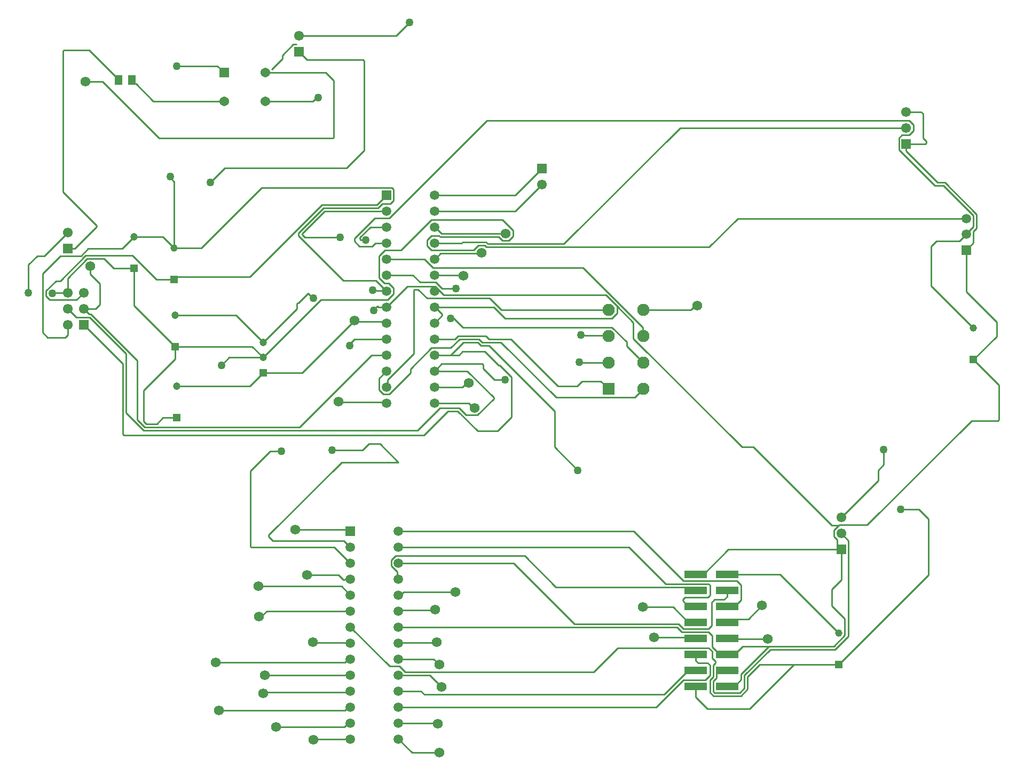
<source format=gtl>
G04*
G04 #@! TF.GenerationSoftware,Altium Limited,Altium Designer,21.4.1 (30)*
G04*
G04 Layer_Physical_Order=1*
G04 Layer_Color=255*
%FSLAX25Y25*%
%MOIN*%
G70*
G04*
G04 #@! TF.SameCoordinates,DDA1B4C3-BA79-4B98-AE68-5F17814B577F*
G04*
G04*
G04 #@! TF.FilePolarity,Positive*
G04*
G01*
G75*
%ADD14C,0.01000*%
%ADD15R,0.04750X0.05938*%
%ADD17R,0.04528X0.04528*%
%ADD18C,0.04528*%
%ADD19C,0.06181*%
%ADD20R,0.06063X0.06063*%
%ADD21C,0.06063*%
%ADD31R,0.04724X0.04724*%
%ADD32C,0.04724*%
%ADD34R,0.14488X0.05000*%
%ADD35R,0.05906X0.05906*%
%ADD36C,0.05906*%
%ADD37R,0.06102X0.06102*%
%ADD38C,0.06102*%
%ADD39C,0.07677*%
%ADD40R,0.07677X0.07677*%
%ADD41R,0.05906X0.05906*%
%ADD42C,0.05000*%
D14*
X111000Y369343D02*
X113500Y366843D01*
X111000Y369343D02*
Y370000D01*
X113500Y325342D02*
Y366843D01*
X104201Y394000D02*
X212500D01*
X68701Y429500D02*
X104201Y394000D01*
X58000Y429500D02*
X68701D01*
X89606Y428031D02*
X100496Y417142D01*
X87137Y429906D02*
X89012Y428031D01*
X89606D01*
X100496Y417142D02*
X144705D01*
X140563Y439000D02*
X144705Y434858D01*
X115000Y439000D02*
X140563D01*
X90500Y218172D02*
Y255052D01*
X162079Y263815D02*
X169000Y256894D01*
X94500Y217000D02*
Y236500D01*
X61501Y284051D02*
X90500Y255052D01*
Y218172D02*
X95172Y213500D01*
X114000Y263815D02*
X162079D01*
X94500Y236500D02*
X114000Y256000D01*
X252000Y458000D02*
X260500Y466500D01*
X191500Y458000D02*
X252000D01*
X170295Y417142D02*
X200201D01*
X202560Y419500D01*
X203500D01*
X213086Y394414D02*
Y429914D01*
X212500Y394000D02*
X212586Y393914D01*
X208142Y434858D02*
X213086Y429914D01*
X212586Y393914D02*
X213086Y394414D01*
X174362Y436858D02*
X181095Y443591D01*
Y445818D01*
X187828Y452551D02*
X189646D01*
X181095Y445818D02*
X187828Y452551D01*
X191500Y448000D02*
X196500Y443000D01*
X231414D01*
X147894Y256894D02*
X169000D01*
X143000Y252000D02*
X147894Y256894D01*
X115850Y307500D02*
X160843D01*
X115771Y307421D02*
X115850Y307500D01*
X113500Y305658D02*
X115264Y307421D01*
X160843Y307500D02*
X205843Y352500D01*
X115264Y307421D02*
X115771D01*
X114000Y283500D02*
X152000D01*
X169000Y266500D01*
X145000Y375500D02*
X221000D01*
X136000Y366500D02*
X145000Y375500D01*
X221000D02*
X232000Y386500D01*
Y442414D01*
X231414Y443000D02*
X232000Y442414D01*
X44000Y360500D02*
X65086Y339414D01*
X51500Y325000D02*
X65086Y338586D01*
Y339414D01*
X31500Y309500D02*
X42449Y320449D01*
X55300D02*
X59851Y325000D01*
X42449Y320449D02*
X55300D01*
X170295Y434858D02*
X208142D01*
X87137Y429906D02*
Y430500D01*
X59851Y325000D02*
X81157D01*
X47000D02*
X51500D01*
X44000Y448414D02*
X44586Y449000D01*
X44000Y360500D02*
Y448414D01*
X44586Y449000D02*
X60363D01*
X78863Y430500D02*
Y431094D01*
X76988Y432969D02*
X78863Y431094D01*
X76394Y432969D02*
X76988D01*
X60363Y449000D02*
X76394Y432969D01*
X288926Y268500D02*
X290926Y270500D01*
X308172D01*
X310172Y268500D01*
X367866Y270634D02*
X384307D01*
X367500Y271000D02*
X367866Y270634D01*
X384307D02*
X384673Y270268D01*
X293894Y275606D02*
X386884D01*
X286000Y283500D02*
X293894Y275606D01*
X386884D02*
X395967Y266524D01*
X239547Y304953D02*
X245750Y298750D01*
X237750D02*
X245750D01*
X237500Y299000D02*
X237750Y298750D01*
X245750D02*
X246000Y298500D01*
X169000Y256894D02*
X205059Y292953D01*
X246750D01*
X250453Y296656D01*
X226000Y280000D02*
X226750Y279250D01*
X245250D01*
X246000Y278500D01*
X238000Y286672D02*
X240414Y289086D01*
X238000Y286500D02*
Y286672D01*
X240414Y289086D02*
X241000Y288500D01*
X246000D01*
X250453Y296656D02*
Y300344D01*
X276500Y288500D02*
X313218D01*
X276000D02*
X276500D01*
X280836Y284164D01*
Y283336D02*
Y284164D01*
X276000Y278500D02*
X280836Y283336D01*
X31500Y272586D02*
X34586Y269500D01*
X37500Y297000D02*
X37750Y297250D01*
X46750D01*
X47000Y297500D01*
X52449Y292949D02*
X57000Y297500D01*
X39612Y304769D02*
X42449D01*
X33500Y298657D02*
X39612Y304769D01*
X33500Y295343D02*
X35894Y292949D01*
X31500Y272586D02*
Y309500D01*
X35894Y292949D02*
X52449D01*
X33500Y295343D02*
Y298657D01*
X42449Y304769D02*
X58270Y320590D01*
X47000Y297500D02*
Y306492D01*
X59099Y318590D01*
X58270Y320590D02*
X87413D01*
X34586Y269500D02*
X45500D01*
X22500Y297500D02*
Y315000D01*
X28000Y320500D01*
X32500D01*
X47000Y335000D01*
X276000Y348500D02*
X326500D01*
X343000Y365000D01*
X276000Y358500D02*
X326500D01*
X343000Y375000D01*
X567000Y162000D02*
X578414D01*
X530000Y118068D02*
Y137000D01*
X524035Y112102D02*
X530000Y118068D01*
X524035Y101807D02*
Y112102D01*
X253500Y138500D02*
X397512D01*
X420512Y115500D01*
X444000Y121500D02*
X459500Y137000D01*
X400390Y148500D02*
X431390Y117500D01*
X420512Y115500D02*
X447121D01*
X431390Y117500D02*
X438913D01*
X439256Y121500D02*
X444000D01*
X253500Y148500D02*
X400390D01*
X459500Y137000D02*
X530000D01*
X534551Y82743D02*
Y142449D01*
X453573Y61072D02*
X465488D01*
X530000Y147000D02*
X534551Y142449D01*
X526218Y74410D02*
X534551Y82743D01*
X524240Y152000D02*
X528564D01*
X529012Y152449D01*
X525449Y148885D02*
X528564Y152000D01*
X529012Y152449D02*
X546231D01*
X627914Y217500D02*
X628500Y218086D01*
X611282Y217500D02*
X627914D01*
X612500Y255658D02*
X628500Y239657D01*
Y218086D02*
Y239657D01*
X525449Y145115D02*
X527449Y143115D01*
X525449Y145115D02*
Y148885D01*
X546231Y152449D02*
X611282Y217500D01*
X553000Y186500D02*
X556500Y190000D01*
Y199500D01*
X276469Y301500D02*
X281922Y296047D01*
X553000Y180000D02*
Y186500D01*
X524035Y101807D02*
X532264Y93578D01*
X464609Y117500D02*
X467488Y114621D01*
X491843Y121500D02*
X528500Y84842D01*
X532264Y83284D02*
Y93578D01*
X485658Y74410D02*
X526218D01*
X484830Y76410D02*
X525390D01*
X532264Y83284D01*
X438913Y117500D02*
X464609D01*
X469577Y58328D02*
X485658Y74410D01*
X530000Y157000D02*
X553000Y180000D01*
X475234Y201007D02*
X524240Y152000D01*
X467577Y59157D02*
X484830Y76410D01*
X458744Y71500D02*
X463488D01*
X468398Y76410D01*
X484830D01*
X578414Y162000D02*
X584500Y155914D01*
Y121158D02*
Y155914D01*
X528500Y65158D02*
X584500Y121158D01*
X527449Y139551D02*
Y143115D01*
Y139551D02*
X530000Y137000D01*
X390012Y289015D02*
X400251Y278775D01*
X382979Y296047D02*
X390012Y289015D01*
X259000Y301500D02*
X276469D01*
X246000Y288500D02*
X259000Y301500D01*
X400251Y268793D02*
X468038Y201007D01*
X475234D01*
X281922Y296047D02*
X382979D01*
X400251Y268793D02*
Y278775D01*
X400988Y231858D02*
X406327Y237197D01*
X365071Y239000D02*
X368021Y241950D01*
X379920D01*
X384673Y237197D01*
X366732Y253732D02*
X384673D01*
X395967Y264092D02*
X406327Y253732D01*
X395967Y264092D02*
Y266524D01*
X276000Y268500D02*
X288926D01*
X303806D02*
X305806Y266500D01*
X291754Y268500D02*
X303806D01*
X302977Y266500D02*
X305227Y264250D01*
X294000Y266500D02*
X302977D01*
X286207Y262953D02*
X291754Y268500D01*
X286000Y258500D02*
X294000Y266500D01*
X305227Y264250D02*
X310250D01*
X310172Y268500D02*
X323672D01*
X305806Y266500D02*
X317574D01*
X261000Y249797D02*
X274156Y262953D01*
X351000Y201000D02*
Y223500D01*
X323672Y268500D02*
X353172Y239000D01*
X317574Y266500D02*
X352216Y231858D01*
X310250Y264250D02*
X351000Y223500D01*
X352216Y231858D02*
X400988D01*
X274156Y262953D02*
X286207D01*
X246750Y242953D02*
X263000Y259203D01*
Y298914D01*
X271296Y294047D02*
X310499D01*
X265843Y299500D02*
X271296Y294047D01*
X263000Y298914D02*
X263586Y299500D01*
X265843D01*
X247297Y303500D02*
X250453Y300344D01*
X241547Y306656D02*
X244703Y303500D01*
X247297D01*
X219219Y304953D02*
X239547D01*
X191000Y333172D02*
X219219Y304953D01*
X296492Y248500D02*
X313078Y231914D01*
X302902Y220910D02*
X313078Y231086D01*
Y231914D01*
X570500Y410500D02*
X579914D01*
X581000Y394000D02*
Y409414D01*
X579914Y410500D02*
X581000Y409414D01*
X583086Y391086D02*
Y391914D01*
X570500Y390500D02*
X582500D01*
X583086Y391086D01*
X581000Y394000D02*
X583086Y391914D01*
X351000Y201000D02*
X365500Y186500D01*
X353172Y239000D02*
X365071D01*
X286000Y258500D02*
X291328D01*
X280500Y253000D02*
X305914D01*
X306500Y250000D02*
Y252414D01*
X305914Y253000D02*
X306500Y252414D01*
X276000Y248500D02*
X280500Y253000D01*
X306500Y250000D02*
X313500Y243000D01*
X320000D01*
X313218Y288500D02*
X320254Y281465D01*
X310499Y294047D02*
X317743Y286803D01*
X320254Y281465D02*
X386884D01*
X317743Y286803D02*
X384673D01*
X244156Y234047D02*
X247844D01*
X241547Y236656D02*
X244156Y234047D01*
X241547Y236656D02*
Y244047D01*
X276000Y258500D02*
X286000D01*
X261000Y247203D02*
Y249797D01*
X247844Y234047D02*
X261000Y247203D01*
X276000Y248500D02*
X296492D01*
X83500Y222343D02*
X94343Y211500D01*
X83500Y222343D02*
Y259224D01*
X52449Y282051D02*
X60672D01*
X265297Y211500D02*
X279297Y225500D01*
X94343Y211500D02*
X265297D01*
X60672Y282051D02*
X83500Y259224D01*
X279297Y225500D02*
X291328D01*
X284500Y223500D02*
X290500D01*
X82086Y208500D02*
X269500D01*
X284500Y223500D01*
X246000Y238500D02*
X246750Y239250D01*
Y242953D01*
X266953Y304047D02*
X276750D01*
X280750Y300047D01*
X289500D01*
X262500Y308500D02*
X266953Y304047D01*
X269703Y318500D02*
X275250Y312953D01*
X246000Y318500D02*
X269703D01*
X246000Y308500D02*
X262500D01*
X316000Y252000D02*
X316657D01*
X324000Y244657D01*
X315414Y211000D02*
X324000Y219586D01*
Y244657D01*
X307414Y260586D02*
X316000Y252000D01*
X303000Y211000D02*
X315414D01*
X293414Y260586D02*
X307414D01*
X291328Y258500D02*
X293414Y260586D01*
X237008Y326500D02*
X239008Y328500D01*
X229172Y326500D02*
X237008D01*
X239008Y328500D02*
X246000D01*
X226000Y329672D02*
X229172Y326500D01*
X226000Y329672D02*
Y331328D01*
X231000Y199000D02*
X235000Y203000D01*
X212000Y199000D02*
X231000D01*
X81500Y209086D02*
Y253000D01*
Y209086D02*
X82086Y208500D01*
X161586Y138500D02*
X213500D01*
X166000Y114000D02*
X218000D01*
X213500Y138500D02*
X223500Y128500D01*
X161000Y139086D02*
Y186000D01*
Y139086D02*
X161586Y138500D01*
X218000Y114000D02*
X223500Y108500D01*
X229414Y331086D02*
Y331914D01*
Y331086D02*
X230000Y330500D01*
X229414Y331914D02*
X236000Y338500D01*
X230000Y330500D02*
X233000D01*
X226000Y331328D02*
X238719Y344047D01*
X308848Y405051D02*
X572385D01*
X238719Y344047D02*
X247844D01*
X308848Y405051D01*
X236000Y338500D02*
X246000D01*
X195000Y332000D02*
X217500D01*
X240828Y350500D02*
X243281Y352953D01*
X240000Y352500D02*
X246000Y358500D01*
X191000Y334828D02*
X206672Y350500D01*
X205843Y352500D02*
X240000D01*
X207500Y348500D02*
X246000D01*
X206672Y350500D02*
X240828D01*
X193414Y334414D02*
X207500Y348500D01*
X242000Y203000D02*
X253500Y191500D01*
X235000Y203000D02*
X242000D01*
X172414Y145086D02*
Y145914D01*
X218000Y191500D01*
X172414Y145086D02*
X175031Y142469D01*
X218000Y191500D02*
X253500D01*
X175031Y142469D02*
X219531D01*
X223500Y138500D01*
X189000Y149500D02*
X222500D01*
X223500Y148500D01*
X161000Y186000D02*
X173500Y198500D01*
X180500D01*
X95172Y213500D02*
X191922D01*
X236922Y258500D01*
X193414Y333586D02*
Y334414D01*
Y333586D02*
X195000Y332000D01*
X191000Y333172D02*
Y334828D01*
X243281Y352953D02*
X248480D01*
X130357Y325342D02*
X167967Y362953D01*
X113500Y325342D02*
X130357D01*
X167967Y362953D02*
X249574D01*
X193287Y247287D02*
X226000Y280000D01*
X169000Y247287D02*
X193287D01*
X236922Y258500D02*
X246000D01*
X57000Y277500D02*
X81500Y253000D01*
X199975Y294025D02*
X200475D01*
X197000Y297000D02*
X199975Y294025D01*
X88500Y289315D02*
X114000Y263815D01*
X88500Y289315D02*
Y312657D01*
X223000Y265500D02*
X226000Y268500D01*
X246000D01*
X190000Y290414D02*
X190586Y291000D01*
X191000D01*
X190000Y287500D02*
Y290414D01*
X191000Y291000D02*
X197000Y297000D01*
X169000Y266500D02*
X190000Y287500D01*
X386884Y281465D02*
X390012Y284592D01*
X245250Y324047D02*
X255250D01*
X241547Y320344D02*
X245250Y324047D01*
X241547Y306656D02*
Y320344D01*
X390012Y284592D02*
Y289015D01*
X368902Y312953D02*
X406248Y275606D01*
X276280Y318500D02*
X279827Y322047D01*
X275250Y312953D02*
X368902D01*
X276000Y318500D02*
X276280D01*
X279827Y322047D02*
X305047D01*
X305500Y322500D01*
X406248Y270346D02*
Y275606D01*
Y270346D02*
X406327Y270268D01*
X291328Y225500D02*
X295919Y220910D01*
X302902D01*
X57000Y287500D02*
X60449Y284051D01*
X47000Y287500D02*
X52449Y282051D01*
X60449Y284051D02*
X61501D01*
X290500Y223500D02*
X303000Y211000D01*
X59099Y318590D02*
X69902D01*
X96000Y215500D02*
X102747D01*
X94500Y217000D02*
X96000Y215500D01*
X102747D02*
X106562Y219315D01*
X115000D01*
X69902Y318590D02*
X75835Y312657D01*
X87413Y320590D02*
X102346Y305658D01*
X114000Y256000D02*
Y263815D01*
X608000Y334220D02*
X612453Y338673D01*
X249574Y362953D02*
X250453Y362074D01*
Y354926D02*
Y362074D01*
X608000Y334000D02*
Y334220D01*
X274156Y342953D02*
X318539D01*
X248480Y352953D02*
X250453Y354926D01*
X255250Y324047D02*
X274156Y342953D01*
X292953Y328500D02*
X293543Y329090D01*
X447590Y325909D02*
X465523Y343843D01*
X276000Y328500D02*
X292953D01*
X300555Y324047D02*
X303598Y327091D01*
X271547Y326656D02*
Y330344D01*
X307401Y327091D02*
X308583Y325909D01*
X465523Y343843D02*
X608000D01*
X325091Y332598D02*
Y336402D01*
X316008Y332500D02*
X318599Y329909D01*
X318539Y342953D02*
X325091Y336402D01*
X274156Y324047D02*
X300555D01*
X293543Y329090D02*
X308230D01*
X279451Y332500D02*
X316008D01*
X271547Y330344D02*
X274156Y332953D01*
X356909Y327909D02*
X429500Y400500D01*
X278999Y332953D02*
X279451Y332500D01*
X318599Y329909D02*
X322401D01*
X303598Y327091D02*
X307401D01*
X309411Y327909D02*
X356909D01*
X274156Y332953D02*
X278999D01*
X271547Y326656D02*
X274156Y324047D01*
X322401Y329909D02*
X325091Y332598D01*
X308583Y325909D02*
X447590D01*
X308230Y329090D02*
X309411Y327909D01*
X429500Y400500D02*
X570500D01*
X589324Y329738D02*
X603738D01*
X586000Y326414D02*
X589324Y329738D01*
X603738D02*
X608000Y334000D01*
X586000Y301842D02*
Y326414D01*
X565949Y394173D02*
X567725Y395949D01*
X565949Y386827D02*
X588544Y364232D01*
X593908D01*
X612453Y345687D01*
Y338673D02*
Y345687D01*
X572385Y395949D02*
X575051Y398615D01*
Y402385D01*
X570500Y385949D02*
Y390500D01*
X590217Y366232D02*
X594736D01*
X614453Y337844D02*
Y346515D01*
X567725Y395949D02*
X572385D01*
X565949Y386827D02*
Y394173D01*
X570500Y385949D02*
X590217Y366232D01*
X594736D02*
X614453Y346515D01*
X612453Y335844D02*
X614453Y337844D01*
X81157Y325000D02*
X88500Y332343D01*
X106500D01*
X113500Y325342D01*
X102346Y305658D02*
X113500D01*
X67000Y290000D02*
Y303000D01*
X61000Y309000D02*
Y314000D01*
Y309000D02*
X67000Y303000D01*
X222173Y68500D02*
X223500D01*
X139500Y66500D02*
X220173D01*
X222173Y68500D01*
X170000Y58500D02*
X223500D01*
X169750Y47750D02*
X222750D01*
X223500Y48500D01*
X169000Y47000D02*
X169750Y47750D01*
X177000Y26000D02*
X219703D01*
X222203Y28500D01*
X223500D01*
X200750Y18250D02*
X223250D01*
X223500Y18500D01*
X200500Y18000D02*
X200750Y18250D01*
X220173Y36500D02*
X222173Y38500D01*
X141500Y36500D02*
X220173D01*
X222173Y38500D02*
X223500D01*
X241547Y244047D02*
X246000Y248500D01*
X276000Y228500D02*
X297508D01*
X300508Y225500D01*
X301000D01*
X572385Y405051D02*
X575051Y402385D01*
X608000Y324158D02*
X612453Y328610D01*
Y335844D01*
X586000Y301842D02*
X612500Y275342D01*
X219914Y117914D02*
X220500Y118500D01*
X196500Y121000D02*
X216000D01*
X219086Y117914D02*
X219914D01*
X216000Y121000D02*
X219086Y117914D01*
X220500Y118500D02*
X223500D01*
X293750Y308250D02*
X294000Y308000D01*
X276250Y308250D02*
X293750D01*
X276000Y308500D02*
X276250Y308250D01*
X293598Y238500D02*
X296098Y241000D01*
X276000Y238500D02*
X293598D01*
X296098Y241000D02*
X297500D01*
X458744Y51500D02*
X463488D01*
X467577Y55589D01*
X448000Y47550D02*
Y55450D01*
X450000Y58379D02*
X450000Y58379D01*
X466609Y47500D02*
X469577Y50468D01*
X450050Y45500D02*
X467438D01*
X458744Y61500D02*
X465061D01*
X452000Y59500D02*
X453573Y61072D01*
X467577Y55589D02*
Y59157D01*
X450000Y57450D02*
Y58379D01*
X450000Y48379D02*
Y54621D01*
Y48379D02*
X450879Y47500D01*
X469577Y50468D02*
Y58328D01*
X448000Y47550D02*
X450050Y45500D01*
X471577Y49639D02*
Y57500D01*
X465061Y61500D02*
X465488Y61072D01*
X450879Y47500D02*
X466609D01*
X448000Y55450D02*
X450000Y57450D01*
X452000Y56621D02*
Y59500D01*
X467438Y45500D02*
X471577Y49639D01*
X450000Y54621D02*
X452000Y56621D01*
X471577Y57500D02*
X479235Y65158D01*
X500447D01*
X472789Y37500D02*
X500447Y65158D01*
X528500D01*
X458744Y121500D02*
X491843D01*
X459244Y81000D02*
X484000D01*
X458744Y81500D02*
X459244Y81000D01*
X450000Y64621D02*
X451294Y65915D01*
Y67085D01*
X450000Y58379D02*
Y64621D01*
X449366Y69013D02*
X451294Y67085D01*
X440695Y66061D02*
X446561D01*
X448000Y64621D01*
Y58379D02*
Y64621D01*
X445121Y55500D02*
X448000Y58379D01*
X439256Y67500D02*
X440695Y66061D01*
X431390Y55500D02*
X445121D01*
X449366Y69013D02*
Y73255D01*
X253500Y38500D02*
X414391D01*
X439256Y67500D02*
Y71500D01*
X447121Y75500D02*
X449366Y73255D01*
X414391Y38500D02*
X431390Y55500D01*
X375450Y60409D02*
X390541Y75500D01*
X447121D01*
X269660Y46409D02*
X419421D01*
X434512Y61500D01*
X439256D01*
X267569Y48500D02*
X269660Y46409D01*
X253500Y48500D02*
X267569D01*
X253590Y58410D02*
X273091D01*
X253500Y58500D02*
X253590Y58410D01*
X273091D02*
X280500Y51000D01*
X254250Y64047D02*
X257888Y60409D01*
X375450D01*
X448955Y89333D02*
Y103576D01*
X428391Y90500D02*
X431390Y87500D01*
X363384Y90500D02*
X428391D01*
X449561Y75939D02*
Y83061D01*
X447121Y85500D02*
X449561Y83061D01*
X253500Y88500D02*
X427562D01*
X449561Y75939D02*
X454000Y71500D01*
X458744D01*
X431390Y87500D02*
X447121D01*
X448955Y89333D01*
X427562Y88500D02*
X430562Y85500D01*
X325384Y128500D02*
X363384Y90500D01*
X430562Y85500D02*
X447121D01*
X446500Y37500D02*
X472789D01*
X439256Y44744D02*
X446500Y37500D01*
X439256Y44744D02*
Y51500D01*
X253500Y128500D02*
X325384D01*
X252750Y119250D02*
X253500Y118500D01*
X446682Y107061D02*
X448000Y108379D01*
X351810Y113500D02*
X437256D01*
X448000Y108379D02*
Y114621D01*
X249047Y126656D02*
X252750Y122953D01*
Y119250D02*
Y122953D01*
X431098Y104914D02*
Y105743D01*
X249047Y130344D02*
X251656Y132953D01*
X432416Y107061D02*
X446682D01*
X332357Y132953D02*
X351810Y113500D01*
X437256D02*
X439256Y111500D01*
X447121Y115500D02*
X448000Y114621D01*
X431098Y104914D02*
X434512Y101500D01*
X249047Y126656D02*
Y130344D01*
X431098Y105743D02*
X432416Y107061D01*
X251656Y132953D02*
X332357D01*
X448955Y103576D02*
X450917Y105538D01*
X458744Y107500D02*
Y111500D01*
X456782Y105538D02*
X458744Y107500D01*
X450917Y105538D02*
X456782D01*
X434512Y101500D02*
X439256D01*
X458744D02*
X463488D01*
X467488Y105500D01*
Y114621D01*
X247953Y64047D02*
X254250D01*
X223500Y88500D02*
X247953Y64047D01*
X275500Y68500D02*
X279000Y65000D01*
X253500Y68500D02*
X275500D01*
X166500Y95000D02*
X167869D01*
X171369Y98500D02*
X223500D01*
X167869Y95000D02*
X171369Y98500D01*
X458744Y91244D02*
X461000Y93500D01*
X472000D02*
X480500Y102000D01*
X461000Y93500D02*
X472000D01*
X458744Y91244D02*
Y91500D01*
X458500Y91000D02*
X458744Y91244D01*
X425012Y101000D02*
X434512Y91500D01*
X406000Y101000D02*
X425012D01*
X434512Y91500D02*
X439256D01*
X413000Y82000D02*
X438756D01*
X439256Y81500D01*
X262000Y10000D02*
X279000D01*
X253500Y18500D02*
X262000Y10000D01*
X253750Y28250D02*
X277750D01*
X278000Y28000D01*
X253500Y28500D02*
X253750Y28250D01*
X254827Y108500D02*
X256827Y110500D01*
X253500Y108500D02*
X254827D01*
X256827Y110500D02*
X289000D01*
X253500Y98500D02*
X254000Y99000D01*
X276000D02*
X276500Y99500D01*
X254000Y99000D02*
X276000D01*
X253500Y78500D02*
X253750Y78750D01*
X277250D02*
X277500Y79000D01*
X253750Y78750D02*
X277250D01*
X223250D02*
X223500Y78500D01*
X200000Y79000D02*
X200250Y78750D01*
X223250D01*
X627000Y270158D02*
Y279000D01*
X612500Y255658D02*
X627000Y270158D01*
X608000Y298000D02*
X627000Y279000D01*
X608000Y298000D02*
Y324158D01*
X436205Y286803D02*
X438902Y289500D01*
X406327Y286803D02*
X436205D01*
X438902Y289500D02*
X440000D01*
X276000Y338500D02*
X276280D01*
X280280Y334500D01*
X320500D01*
X115000Y239000D02*
X160713D01*
X169000Y247287D01*
X216500Y229000D02*
X245500D01*
X246000Y228500D01*
X216000Y229500D02*
X216500Y229000D01*
X75835Y312657D02*
X88500D01*
X57000Y287500D02*
X64500D01*
X67000Y290000D01*
X47000Y271000D02*
Y277500D01*
X45500Y269500D02*
X47000Y271000D01*
D15*
X87137Y430500D02*
D03*
X78863D02*
D03*
D17*
X612500Y255658D02*
D03*
X528500Y65158D02*
D03*
X113500Y305658D02*
D03*
D18*
X612500Y275342D02*
D03*
X528500Y84842D02*
D03*
X113500Y325342D02*
D03*
D19*
X58000Y429500D02*
D03*
X200000Y79000D02*
D03*
X484000Y81000D02*
D03*
X480500Y102000D02*
D03*
X413000Y82000D02*
D03*
X406000Y101000D02*
D03*
X170000Y58500D02*
D03*
X139500Y66500D02*
D03*
X280500Y51000D02*
D03*
X278000Y28000D02*
D03*
X279000Y10000D02*
D03*
X200500Y18000D02*
D03*
X177000Y26000D02*
D03*
X141500Y36500D02*
D03*
X169000Y47000D02*
D03*
X166500Y95000D02*
D03*
X166000Y114000D02*
D03*
X196500Y121000D02*
D03*
X189000Y149500D02*
D03*
X289000Y110500D02*
D03*
X276500Y99500D02*
D03*
X277500Y79000D02*
D03*
X279000Y65000D02*
D03*
X226000Y280000D02*
D03*
X440000Y289500D02*
D03*
X297500Y241000D02*
D03*
X301000Y225500D02*
D03*
X216000Y229500D02*
D03*
X61000Y314000D02*
D03*
X320500Y334500D02*
D03*
X305500Y322500D02*
D03*
X294000Y308000D02*
D03*
D20*
X144705Y434858D02*
D03*
D21*
X170295D02*
D03*
X144705Y417142D02*
D03*
X170295D02*
D03*
D31*
X169000Y247287D02*
D03*
X115000Y219315D02*
D03*
X114000Y263815D02*
D03*
X88500Y312657D02*
D03*
D32*
X169000Y266500D02*
D03*
Y256894D02*
D03*
X115000Y239000D02*
D03*
X114000Y283500D02*
D03*
X88500Y332343D02*
D03*
D34*
X439256Y121500D02*
D03*
Y111500D02*
D03*
Y101500D02*
D03*
Y91500D02*
D03*
Y81500D02*
D03*
Y71500D02*
D03*
Y61500D02*
D03*
Y51500D02*
D03*
X458744D02*
D03*
Y121500D02*
D03*
Y111500D02*
D03*
Y101500D02*
D03*
Y91500D02*
D03*
Y81500D02*
D03*
Y71500D02*
D03*
Y61500D02*
D03*
D35*
X608000Y324158D02*
D03*
D36*
Y334000D02*
D03*
Y343843D02*
D03*
X223500Y138500D02*
D03*
Y128500D02*
D03*
Y118500D02*
D03*
Y108500D02*
D03*
Y98500D02*
D03*
Y88500D02*
D03*
Y78500D02*
D03*
Y68500D02*
D03*
Y58500D02*
D03*
Y48500D02*
D03*
Y38500D02*
D03*
Y28500D02*
D03*
Y18500D02*
D03*
X253500Y148500D02*
D03*
Y138500D02*
D03*
Y128500D02*
D03*
Y118500D02*
D03*
Y108500D02*
D03*
Y98500D02*
D03*
Y88500D02*
D03*
Y78500D02*
D03*
Y68500D02*
D03*
Y58500D02*
D03*
Y48500D02*
D03*
Y38500D02*
D03*
Y28500D02*
D03*
Y18500D02*
D03*
X276000Y228500D02*
D03*
Y238500D02*
D03*
Y248500D02*
D03*
Y258500D02*
D03*
Y268500D02*
D03*
Y278500D02*
D03*
Y288500D02*
D03*
Y298500D02*
D03*
Y308500D02*
D03*
Y318500D02*
D03*
Y328500D02*
D03*
Y338500D02*
D03*
Y348500D02*
D03*
Y358500D02*
D03*
X246000Y228500D02*
D03*
Y238500D02*
D03*
Y248500D02*
D03*
Y258500D02*
D03*
Y268500D02*
D03*
Y278500D02*
D03*
Y288500D02*
D03*
Y298500D02*
D03*
Y308500D02*
D03*
Y318500D02*
D03*
Y328500D02*
D03*
Y338500D02*
D03*
Y348500D02*
D03*
D37*
X191500Y448000D02*
D03*
X530000Y137000D02*
D03*
X570500Y390500D02*
D03*
X47000Y325000D02*
D03*
X57000Y277500D02*
D03*
X343000Y375000D02*
D03*
D38*
X191500Y458000D02*
D03*
X530000Y147000D02*
D03*
Y157000D02*
D03*
X570500Y400500D02*
D03*
Y410500D02*
D03*
X47000Y335000D02*
D03*
Y297500D02*
D03*
Y287500D02*
D03*
X57000Y297500D02*
D03*
Y287500D02*
D03*
X47000Y277500D02*
D03*
X343000Y365000D02*
D03*
D39*
X406327Y270268D02*
D03*
Y253732D02*
D03*
Y237197D02*
D03*
X384673Y270268D02*
D03*
Y253732D02*
D03*
Y286803D02*
D03*
X406327D02*
D03*
D40*
X384673Y237197D02*
D03*
D41*
X223500Y148500D02*
D03*
X246000Y358500D02*
D03*
D42*
X111000Y370000D02*
D03*
X115000Y439000D02*
D03*
X260500Y466500D02*
D03*
X203500Y419500D02*
D03*
X143000Y252000D02*
D03*
X136000Y366500D02*
D03*
X367500Y271000D02*
D03*
X237500Y299000D02*
D03*
X238000Y286500D02*
D03*
X37500Y297000D02*
D03*
X22500Y297500D02*
D03*
X567000Y162000D02*
D03*
X556500Y199500D02*
D03*
X366500Y254000D02*
D03*
X365500Y186500D02*
D03*
X286000Y281500D02*
D03*
X289500Y300047D02*
D03*
X320000Y243000D02*
D03*
X233000Y330500D02*
D03*
X212000Y199000D02*
D03*
X217000Y332000D02*
D03*
X180500Y198500D02*
D03*
X223000Y264500D02*
D03*
X200475Y294025D02*
D03*
M02*

</source>
